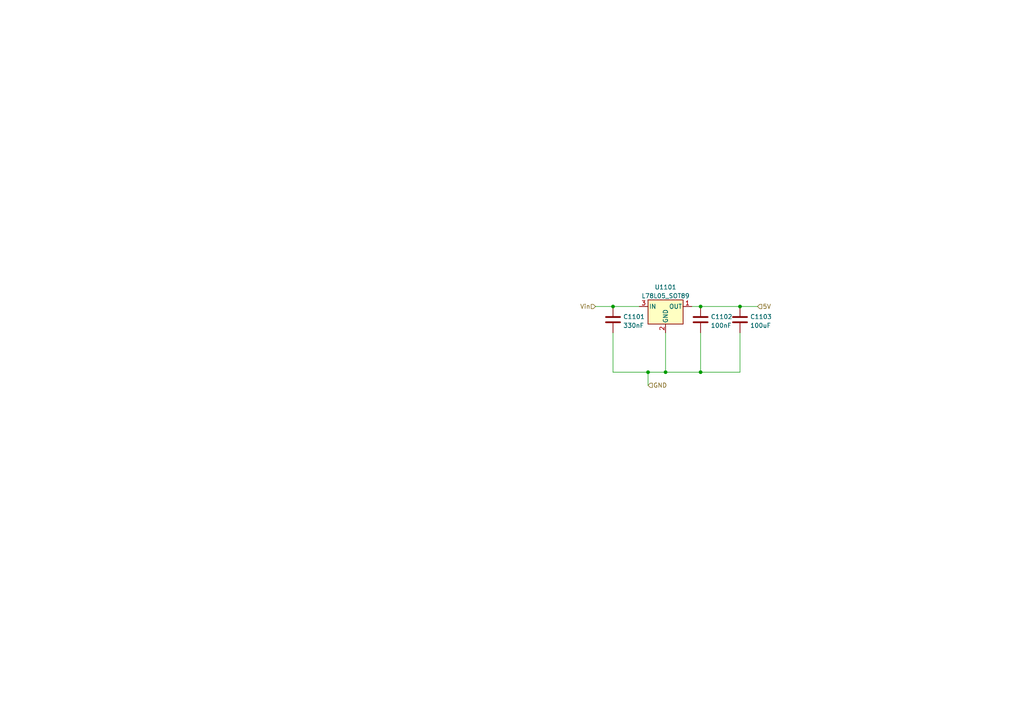
<source format=kicad_sch>
(kicad_sch (version 20230121) (generator eeschema)
  (paper "A4")
  (lib_symbols
    (symbol "Device:C" (pin_numbers hide) (pin_names (offset 0.254))
      (property "Reference" "C" (at 0.635 2.54 0))
      (property "Value" "C" (at 0.635 -2.54 0))
      (symbol "C_0_1"
        (polyline (pts (xy -2.032 -0.762) (xy 2.032 -0.762)) (stroke (width 0.508)))
        (polyline (pts (xy -2.032 0.762) (xy 2.032 0.762)) (stroke (width 0.508)))
      )
      (symbol "C_1_1"
        (pin passive line (at 0 3.81 270) (length 2.794) (name "~") (number "1"))
        (pin passive line (at 0 -3.81 90) (length 2.794) (name "~") (number "2"))
      )
    )
    (symbol "Regulator_Linear:L78L05_SOT89" (pin_names (offset 0.254))
      (property "Reference" "U" (at -3.81 3.175 0))
      (property "Value" "L78L05_SOT89" (at -0.635 3.175 0))
      (symbol "L78L05_SOT89_0_1"
        (rectangle (start -5.08 1.905) (end 5.08 -5.08) (stroke (width 0.254)) (fill (type background)))
      )
      (symbol "L78L05_SOT89_1_1"
        (pin power_out line (at 7.62 0 180) (length 2.54) (name "OUT") (number "1"))
        (pin power_in line (at 0 -7.62 90) (length 2.54) (name "GND") (number "2"))
        (pin power_in line (at -7.62 0 0) (length 2.54) (name "IN") (number "3"))
      )
    )
  )
  (junction (at 203.2 88.9))
  (junction (at 214.63 88.9))
  (junction (at 193.04 107.95))
  (junction (at 177.8 88.9))
  (junction (at 203.2 107.95))
  (junction (at 187.96 107.95))
  (wire (pts (xy 177.8 88.9) (xy 185.42 88.9)))
  (wire (pts (xy 172.72 88.9) (xy 177.8 88.9)))
  (wire (pts (xy 203.2 96.52) (xy 203.2 107.95)))
  (wire (pts (xy 187.96 107.95) (xy 187.96 111.76)))
  (wire (pts (xy 187.96 107.95) (xy 193.04 107.95)))
  (wire (pts (xy 214.63 96.52) (xy 214.63 107.95)))
  (wire (pts (xy 214.63 88.9) (xy 219.71 88.9)))
  (wire (pts (xy 177.8 96.52) (xy 177.8 107.95)))
  (wire (pts (xy 193.04 96.52) (xy 193.04 107.95)))
  (wire (pts (xy 203.2 107.95) (xy 214.63 107.95)))
  (wire (pts (xy 177.8 107.95) (xy 187.96 107.95)))
  (wire (pts (xy 200.66 88.9) (xy 203.2 88.9)))
  (wire (pts (xy 203.2 88.9) (xy 214.63 88.9)))
  (wire (pts (xy 193.04 107.95) (xy 203.2 107.95)))
  (hierarchical_label "GND" (shape input) (at 187.96 111.76 0))
  (hierarchical_label "Vin" (shape input) (at 172.72 88.9 180))
  (hierarchical_label "5V" (shape input) (at 219.71 88.9 0))
  (symbol (lib_id "Device:C") (at 203.2 92.71 0) (unit 1)
    (property "Reference" "C1102" (at 206.121 91.8753 0) (effects (justify left)))
    (property "Value" "100nF" (at 206.121 94.4122 0) (effects (justify left)))
    (property "Footprint" "Capacitor_SMD:C_0603_1608Metric_Pad1.08x0.95mm_HandSolder" (effects hide))
    (property "JLCPCB Part#" "C14663" (effects hide))
    (instances (project "relayManager" (path "" (reference "C1102") (unit 1))) (project "general_schematics" (path "" (reference "C31") (unit 1))))
  )
  (symbol (lib_id "Regulator_Linear:L78L05_SOT89") (at 193.04 88.9 0) (unit 1)
    (property "Reference" "U1101" (at 193.04 83.2952 0))
    (property "Value" "L78L05_SOT89" (at 193.04 85.8321 0))
    (property "Footprint" "Package_TO_SOT_SMD:SOT-89-3" (effects hide))
    (property "Datasheet" "http://www.st.com/content/ccc/resource/technical/document/datasheet/15/55/e5/aa/23/5b/43/fd/CD00000446.pdf/files/CD00000446.pdf/jcr:content/translations/en.CD00000446.pdf" (effects hide))
    (property "JLCPCB Part#" "C71136" (effects hide))
    (instances (project "relayManager" (path "" (reference "U1101") (unit 1))) (project "general_schematics" (path "" (reference "U26") (unit 1))))
  )
  (symbol (lib_id "Device:C") (at 177.8 92.71 0) (unit 1)
    (property "Reference" "C1101" (at 180.721 91.8753 0) (effects (justify left)))
    (property "Value" "330nF" (at 180.721 94.4122 0) (effects (justify left)))
    (property "Footprint" "Capacitor_SMD:C_0603_1608Metric_Pad1.08x0.95mm_HandSolder" (effects hide))
    (property "JLCPCB Part#" "C1615" (effects hide))
    (instances (project "relayManager" (path "" (reference "C1101") (unit 1))) (project "general_schematics" (path "" (reference "C30") (unit 1))))
  )
  (symbol (lib_id "Device:C") (at 214.63 92.71 0) (unit 1)
    (property "Reference" "C1103" (at 217.551 91.8753 0) (effects (justify left)))
    (property "Value" "100uF" (at 217.551 94.4122 0) (effects (justify left)))
    (property "Footprint" "Capacitor_SMD:C_1206_3216Metric_Pad1.33x1.80mm_HandSolder" (effects hide))
    (property "JLCPCB Part#" "C15008" (effects hide))
    (instances (project "relayManager" (path "" (reference "C1103") (unit 1))) (project "general_schematics" (path "" (reference "C32") (unit 1))))
  )
)
</source>
